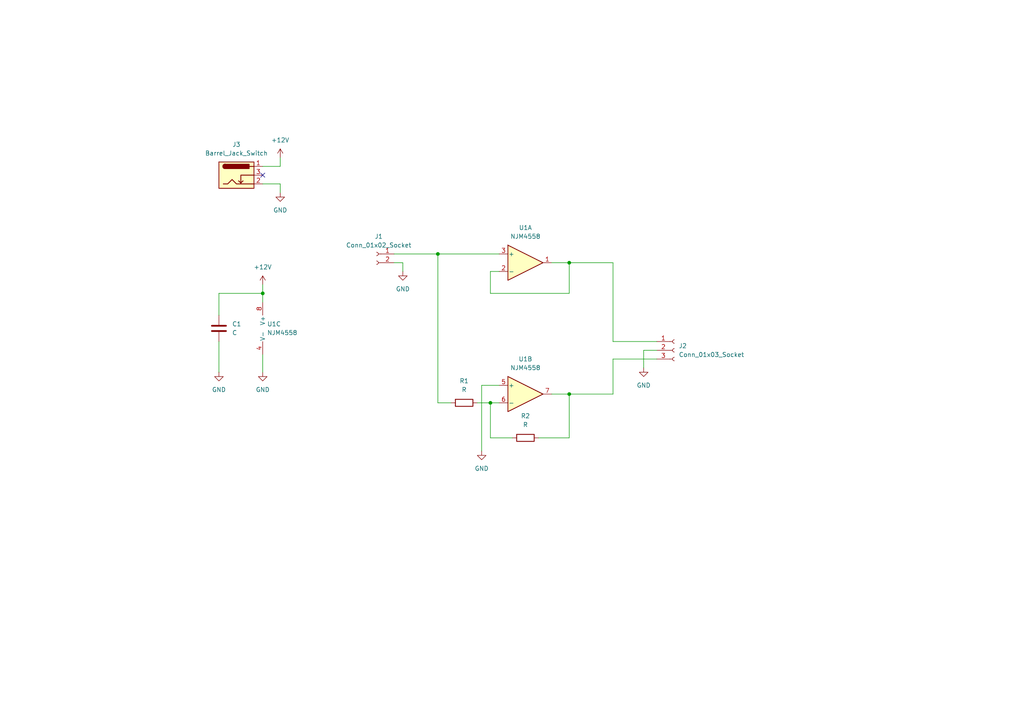
<source format=kicad_sch>
(kicad_sch (version 20231120) (generator "eeschema") (generator_version "8.0")
  (paper "A4")
  (lib_symbols
    (symbol "Amplifier_Operational:NJM4558" (pin_names (offset 0.127))
      (property "Reference" "U" (at 0 5.08 0))
      (property "Value" "NJM4558" (at 0 -5.08 0))
      (symbol "NJM4558_1_1"
        (polyline (pts (xy -5.08 5.08) (xy 5.08 0) (xy -5.08 -5.08) (xy -5.08 5.08)) (stroke (width 0.254)) (fill (type background)))
        (pin output line (at 7.62 0 180) (length 2.54) (name "~") (number "1"))
        (pin input line (at -7.62 -2.54 0) (length 2.54) (name "-") (number "2"))
        (pin input line (at -7.62 2.54 0) (length 2.54) (name "+") (number "3"))
      )
      (symbol "NJM4558_2_1"
        (polyline (pts (xy -5.08 5.08) (xy 5.08 0) (xy -5.08 -5.08) (xy -5.08 5.08)) (stroke (width 0.254)) (fill (type background)))
        (pin input line (at -7.62 2.54 0) (length 2.54) (name "+") (number "5"))
        (pin input line (at -7.62 -2.54 0) (length 2.54) (name "-") (number "6"))
        (pin output line (at 7.62 0 180) (length 2.54) (name "~") (number "7"))
      )
      (symbol "NJM4558_3_1"
        (pin power_in line (at -2.54 -7.62 90) (length 3.81) (name "V-") (number "4"))
        (pin power_in line (at -2.54 7.62 270) (length 3.81) (name "V+") (number "8"))
      )
    )
    (symbol "Connector:Barrel_Jack_Switch" (pin_names hide)
      (property "Reference" "J" (at 0 5.334 0))
      (property "Value" "Barrel_Jack_Switch" (at 0 -5.08 0))
      (symbol "Barrel_Jack_Switch_0_1"
        (rectangle (start -5.08 3.81) (end 5.08 -3.81) (stroke (width 0.254)) (fill (type background)))
        (arc (start -3.302 3.175) (mid -3.9343 2.54) (end -3.302 1.905) (stroke (width 0.254)))
        (arc (start -3.302 3.175) (mid -3.9343 2.54) (end -3.302 1.905) (stroke (width 0.254)) (fill (type outline)))
        (polyline (pts (xy 1.27 -2.286) (xy 1.905 -1.651)) (stroke (width 0.254)))
        (polyline (pts (xy 5.08 2.54) (xy 3.81 2.54)) (stroke (width 0.254)))
        (polyline (pts (xy 5.08 0) (xy 1.27 0) (xy 1.27 -2.286) (xy 0.635 -1.651)) (stroke (width 0.254)))
        (polyline (pts (xy -3.81 -2.54) (xy -2.54 -2.54) (xy -1.27 -1.27) (xy 0 -2.54) (xy 2.54 -2.54) (xy 5.08 -2.54)) (stroke (width 0.254)))
        (rectangle (start 3.683 3.175) (end -3.302 1.905) (stroke (width 0.254)) (fill (type outline)))
      )
      (symbol "Barrel_Jack_Switch_1_1"
        (pin passive line (at 7.62 2.54 180) (length 2.54) (name "~") (number "1"))
        (pin passive line (at 7.62 -2.54 180) (length 2.54) (name "~") (number "2"))
        (pin passive line (at 7.62 0 180) (length 2.54) (name "~") (number "3"))
      )
    )
    (symbol "Connector:Conn_01x02_Socket" (pin_names (offset 1.016) hide)
      (property "Reference" "J" (at 0 2.54 0))
      (property "Value" "Conn_01x02_Socket" (at 0 -5.08 0))
      (symbol "Conn_01x02_Socket_1_1"
        (arc (start 0 -2.032) (mid -0.5058 -2.54) (end 0 -3.048) (stroke (width 0.1524)))
        (polyline (pts (xy -1.27 -2.54) (xy -0.508 -2.54)) (stroke (width 0.1524)))
        (polyline (pts (xy -1.27 0) (xy -0.508 0)) (stroke (width 0.1524)))
        (arc (start 0 0.508) (mid -0.5058 0) (end 0 -0.508) (stroke (width 0.1524)))
        (pin passive line (at -5.08 0 0) (length 3.81) (name "Pin_1") (number "1"))
        (pin passive line (at -5.08 -2.54 0) (length 3.81) (name "Pin_2") (number "2"))
      )
    )
    (symbol "Connector:Conn_01x03_Socket" (pin_names (offset 1.016) hide)
      (property "Reference" "J" (at 0 5.08 0))
      (property "Value" "Conn_01x03_Socket" (at 0 -5.08 0))
      (symbol "Conn_01x03_Socket_1_1"
        (arc (start 0 -2.032) (mid -0.5058 -2.54) (end 0 -3.048) (stroke (width 0.1524)))
        (polyline (pts (xy -1.27 -2.54) (xy -0.508 -2.54)) (stroke (width 0.1524)))
        (polyline (pts (xy -1.27 0) (xy -0.508 0)) (stroke (width 0.1524)))
        (polyline (pts (xy -1.27 2.54) (xy -0.508 2.54)) (stroke (width 0.1524)))
        (arc (start 0 0.508) (mid -0.5058 0) (end 0 -0.508) (stroke (width 0.1524)))
        (arc (start 0 3.048) (mid -0.5058 2.54) (end 0 2.032) (stroke (width 0.1524)))
        (pin passive line (at -5.08 2.54 0) (length 3.81) (name "Pin_1") (number "1"))
        (pin passive line (at -5.08 0 0) (length 3.81) (name "Pin_2") (number "2"))
        (pin passive line (at -5.08 -2.54 0) (length 3.81) (name "Pin_3") (number "3"))
      )
    )
    (symbol "Device:C" (pin_numbers hide) (pin_names (offset 0.254))
      (property "Reference" "C" (at 0.635 2.54 0))
      (property "Value" "C" (at 0.635 -2.54 0))
      (symbol "C_0_1"
        (polyline (pts (xy -2.032 -0.762) (xy 2.032 -0.762)) (stroke (width 0.508)))
        (polyline (pts (xy -2.032 0.762) (xy 2.032 0.762)) (stroke (width 0.508)))
      )
      (symbol "C_1_1"
        (pin passive line (at 0 3.81 270) (length 2.794) (name "~") (number "1"))
        (pin passive line (at 0 -3.81 90) (length 2.794) (name "~") (number "2"))
      )
    )
    (symbol "Device:R" (pin_numbers hide) (pin_names (offset 0))
      (property "Reference" "R" (at 2.032 0 90))
      (property "Value" "R" (at 0 0 90))
      (symbol "R_0_1"
        (rectangle (start -1.016 -2.54) (end 1.016 2.54) (stroke (width 0.254)))
      )
      (symbol "R_1_1"
        (pin passive line (at 0 3.81 270) (length 1.27) (name "~") (number "1"))
        (pin passive line (at 0 -3.81 90) (length 1.27) (name "~") (number "2"))
      )
    )
    (symbol "power:+12V" (power) (pin_numbers hide) (pin_names (offset 0) hide)
      (property "Value" "+12V" (at 0 3.556 0))
      (symbol "+12V_0_1"
        (polyline (pts (xy -0.762 1.27) (xy 0 2.54)))
        (polyline (pts (xy 0 0) (xy 0 2.54)))
        (polyline (pts (xy 0 2.54) (xy 0.762 1.27)))
      )
      (symbol "+12V_1_1"
        (pin power_in line (at 0 0 90) (length 0) (name "~") (number "1"))
      )
    )
    (symbol "power:GND" (power) (pin_numbers hide) (pin_names (offset 0) hide)
      (property "Value" "GND" (at 0 -3.81 0))
      (symbol "GND_0_1"
        (polyline (pts (xy 0 0) (xy 0 -1.27) (xy 1.27 -1.27) (xy 0 -2.54) (xy -1.27 -1.27) (xy 0 -1.27)))
      )
      (symbol "GND_1_1"
        (pin power_in line (at 0 0 270) (length 0) (name "~") (number "1"))
      )
    )
  )
  (junction (at 127 73.66))
  (junction (at 142.24 116.84))
  (junction (at 165.1 114.3))
  (junction (at 76.2 85.09))
  (junction (at 165.1 76.2))
  (no_connect (at 76.2 50.8))
  (wire (pts (xy 142.24 78.74) (xy 142.24 85.09)))
  (wire (pts (xy 186.69 106.68) (xy 186.69 101.6)))
  (wire (pts (xy 63.5 91.44) (xy 63.5 85.09)))
  (wire (pts (xy 63.5 85.09) (xy 76.2 85.09)))
  (wire (pts (xy 139.7 111.76) (xy 139.7 130.81)))
  (wire (pts (xy 81.28 45.72) (xy 81.28 48.26)))
  (wire (pts (xy 144.78 111.76) (xy 139.7 111.76)))
  (wire (pts (xy 116.84 76.2) (xy 116.84 78.74)))
  (wire (pts (xy 81.28 53.34) (xy 81.28 55.88)))
  (wire (pts (xy 138.43 116.84) (xy 142.24 116.84)))
  (wire (pts (xy 177.8 99.06) (xy 177.8 76.2)))
  (wire (pts (xy 142.24 85.09) (xy 165.1 85.09)))
  (wire (pts (xy 190.5 99.06) (xy 177.8 99.06)))
  (wire (pts (xy 127 73.66) (xy 127 116.84)))
  (wire (pts (xy 156.21 127) (xy 165.1 127)))
  (wire (pts (xy 165.1 76.2) (xy 160.02 76.2)))
  (wire (pts (xy 190.5 104.14) (xy 177.8 104.14)))
  (wire (pts (xy 63.5 99.06) (xy 63.5 107.95)))
  (wire (pts (xy 76.2 85.09) (xy 76.2 87.63)))
  (wire (pts (xy 127 116.84) (xy 130.81 116.84)))
  (wire (pts (xy 76.2 102.87) (xy 76.2 107.95)))
  (wire (pts (xy 177.8 76.2) (xy 165.1 76.2)))
  (wire (pts (xy 142.24 116.84) (xy 144.78 116.84)))
  (wire (pts (xy 165.1 127) (xy 165.1 114.3)))
  (wire (pts (xy 127 73.66) (xy 144.78 73.66)))
  (wire (pts (xy 114.3 76.2) (xy 116.84 76.2)))
  (wire (pts (xy 114.3 73.66) (xy 127 73.66)))
  (wire (pts (xy 76.2 53.34) (xy 81.28 53.34)))
  (wire (pts (xy 165.1 85.09) (xy 165.1 76.2)))
  (wire (pts (xy 165.1 114.3) (xy 160.02 114.3)))
  (wire (pts (xy 148.59 127) (xy 142.24 127)))
  (wire (pts (xy 144.78 78.74) (xy 142.24 78.74)))
  (wire (pts (xy 81.28 48.26) (xy 76.2 48.26)))
  (wire (pts (xy 186.69 101.6) (xy 190.5 101.6)))
  (wire (pts (xy 142.24 127) (xy 142.24 116.84)))
  (wire (pts (xy 177.8 114.3) (xy 165.1 114.3)))
  (wire (pts (xy 76.2 82.55) (xy 76.2 85.09)))
  (wire (pts (xy 177.8 104.14) (xy 177.8 114.3)))
  (symbol (lib_id "power:GND") (at 81.28 55.88 0) (unit 1)
    (property "Reference" "#PWR08" (effects (hide yes)))
    (property "Value" "GND" (at 81.28 60.96 0))
    (property "Description" "Power symbol creates a global label with name \"GND\" , ground" (effects (hide yes)))
  )
  (symbol (lib_id "power:GND") (at 76.2 107.95 0) (unit 1)
    (property "Reference" "#PWR01" (effects (hide yes)))
    (property "Value" "GND" (at 76.2 113.03 0))
    (property "Description" "Power symbol creates a global label with name \"GND\" , ground" (effects (hide yes)))
  )
  (symbol (lib_id "power:GND") (at 116.84 78.74 0) (unit 1)
    (property "Reference" "#PWR04" (effects (hide yes)))
    (property "Value" "GND" (at 116.84 83.82 0))
    (property "Description" "Power symbol creates a global label with name \"GND\" , ground" (effects (hide yes)))
  )
  (symbol (lib_id "power:+12V") (at 76.2 82.55 0) (unit 1)
    (property "Reference" "#PWR02" (effects (hide yes)))
    (property "Value" "+12V" (at 76.2 77.47 0))
    (property "Description" "Power symbol creates a global label with name \"+12V\"" (effects (hide yes)))
  )
  (symbol (lib_id "Connector:Conn_01x02_Socket") (at 109.22 73.66 0) (mirror y) (unit 1)
    (property "Reference" "J1" (at 109.855 68.58 0))
    (property "Value" "Conn_01x02_Socket" (at 109.855 71.12 0))
    (property "Description" "Generic connector, single row, 01x02, script generated" (effects (hide yes)))
  )
  (symbol (lib_id "Amplifier_Operational:NJM4558") (at 152.4 114.3 0) (unit 2)
    (property "Reference" "U1" (at 152.4 104.14 0))
    (property "Value" "NJM4558" (at 152.4 106.68 0))
    (property "Datasheet" "http://www.njr.com/semicon/PDF/NJM4558_NJM4559_E.pdf" (effects (hide yes)))
    (property "Description" "Dual Operational Amplifier, DIP-8/DMP-8/SIP-8/SOP-8/SSOP-8" (effects (hide yes)))
  )
  (symbol (lib_id "power:GND") (at 63.5 107.95 0) (unit 1)
    (property "Reference" "#PWR03" (effects (hide yes)))
    (property "Value" "GND" (at 63.5 113.03 0))
    (property "Description" "Power symbol creates a global label with name \"GND\" , ground" (effects (hide yes)))
  )
  (symbol (lib_id "power:GND") (at 139.7 130.81 0) (unit 1)
    (property "Reference" "#PWR05" (effects (hide yes)))
    (property "Value" "GND" (at 139.7 135.89 0))
    (property "Description" "Power symbol creates a global label with name \"GND\" , ground" (effects (hide yes)))
  )
  (symbol (lib_id "Connector:Conn_01x03_Socket") (at 195.58 101.6 0) (unit 1)
    (property "Reference" "J2" (at 196.85 100.3299 0) (effects (justify left)))
    (property "Value" "Conn_01x03_Socket" (at 196.85 102.8699 0) (effects (justify left)))
    (property "Description" "Generic connector, single row, 01x03, script generated" (effects (hide yes)))
  )
  (symbol (lib_id "power:+12V") (at 81.28 45.72 0) (unit 1)
    (property "Reference" "#PWR07" (effects (hide yes)))
    (property "Value" "+12V" (at 81.28 40.64 0))
    (property "Description" "Power symbol creates a global label with name \"+12V\"" (effects (hide yes)))
  )
  (symbol (lib_id "Device:R") (at 134.62 116.84 90) (unit 1)
    (property "Reference" "R1" (at 134.62 110.49 90))
    (property "Value" "R" (at 134.62 113.03 90))
    (property "Description" "Resistor" (effects (hide yes)))
  )
  (symbol (lib_id "power:GND") (at 186.69 106.68 0) (unit 1)
    (property "Reference" "#PWR06" (effects (hide yes)))
    (property "Value" "GND" (at 186.69 111.76 0))
    (property "Description" "Power symbol creates a global label with name \"GND\" , ground" (effects (hide yes)))
  )
  (symbol (lib_id "Amplifier_Operational:NJM4558") (at 78.74 95.25 0) (unit 3)
    (property "Reference" "U1" (at 77.47 93.9799 0) (effects (justify left)))
    (property "Value" "NJM4558" (at 77.47 96.5199 0) (effects (justify left)))
    (property "Datasheet" "http://www.njr.com/semicon/PDF/NJM4558_NJM4559_E.pdf" (effects (hide yes)))
    (property "Description" "Dual Operational Amplifier, DIP-8/DMP-8/SIP-8/SOP-8/SSOP-8" (effects (hide yes)))
  )
  (symbol (lib_id "Device:R") (at 152.4 127 90) (unit 1)
    (property "Reference" "R2" (at 152.4 120.65 90))
    (property "Value" "R" (at 152.4 123.19 90))
    (property "Description" "Resistor" (effects (hide yes)))
  )
  (symbol (lib_id "Connector:Barrel_Jack_Switch") (at 68.58 50.8 0) (unit 1)
    (property "Reference" "J3" (at 68.58 41.91 0))
    (property "Value" "Barrel_Jack_Switch" (at 68.58 44.45 0))
    (property "Description" "DC Barrel Jack with an internal switch" (effects (hide yes)))
  )
  (symbol (lib_id "Amplifier_Operational:NJM4558") (at 152.4 76.2 0) (unit 1)
    (property "Reference" "U1" (at 152.4 66.04 0))
    (property "Value" "NJM4558" (at 152.4 68.58 0))
    (property "Datasheet" "http://www.njr.com/semicon/PDF/NJM4558_NJM4559_E.pdf" (effects (hide yes)))
    (property "Description" "Dual Operational Amplifier, DIP-8/DMP-8/SIP-8/SOP-8/SSOP-8" (effects (hide yes)))
  )
  (symbol (lib_id "Device:C") (at 63.5 95.25 0) (unit 1)
    (property "Reference" "C1" (at 67.31 93.9799 0) (effects (justify left)))
    (property "Value" "C" (at 67.31 96.5199 0) (effects (justify left)))
    (property "Description" "Unpolarized capacitor" (effects (hide yes)))
  )
)
</source>
